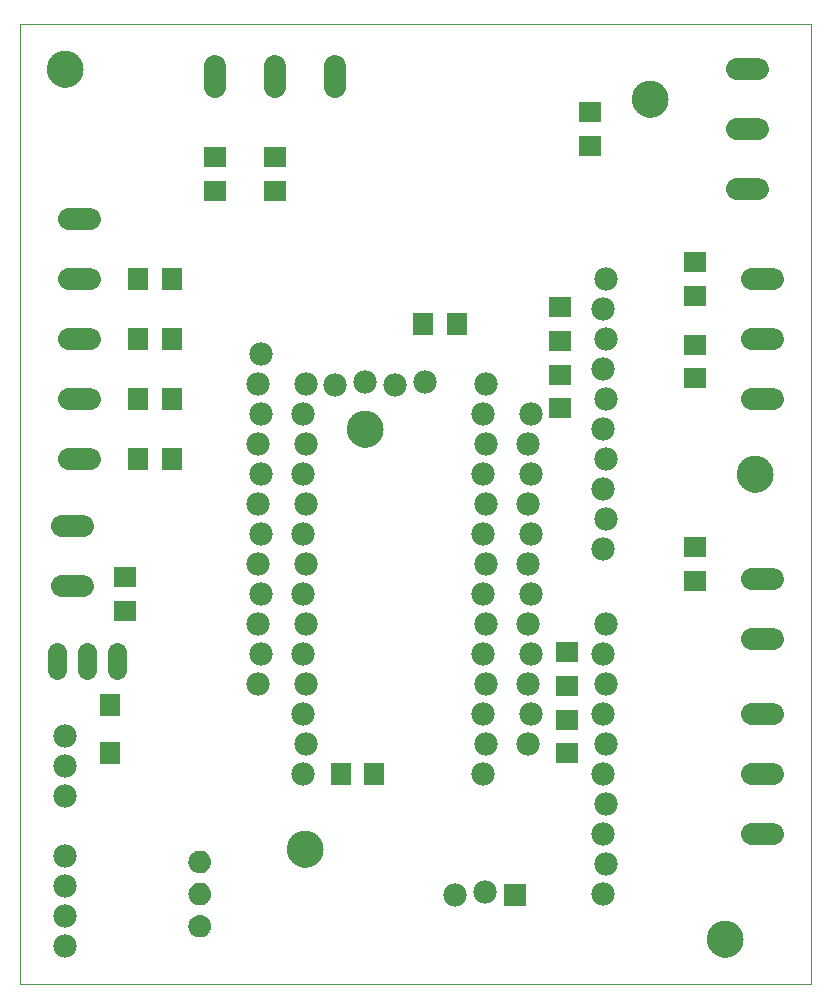
<source format=gbs>
G75*
%MOIN*%
%OFA0B0*%
%FSLAX25Y25*%
%IPPOS*%
%LPD*%
%AMOC8*
5,1,8,0,0,1.08239X$1,22.5*
%
%ADD10C,0.00000*%
%ADD11C,0.12211*%
%ADD12R,0.07093X0.07487*%
%ADD13C,0.07450*%
%ADD14R,0.06699X0.07487*%
%ADD15C,0.07800*%
%ADD16R,0.07800X0.07800*%
%ADD17C,0.06400*%
%ADD18R,0.07498X0.06699*%
%ADD19R,0.06699X0.07498*%
%ADD20C,0.00500*%
D10*
X0073539Y0010833D02*
X0073539Y0330833D01*
X0337240Y0330833D01*
X0337240Y0010833D01*
X0073539Y0010833D01*
X0162633Y0055833D02*
X0162635Y0055986D01*
X0162641Y0056140D01*
X0162651Y0056293D01*
X0162665Y0056445D01*
X0162683Y0056598D01*
X0162705Y0056749D01*
X0162730Y0056900D01*
X0162760Y0057051D01*
X0162794Y0057201D01*
X0162831Y0057349D01*
X0162872Y0057497D01*
X0162917Y0057643D01*
X0162966Y0057789D01*
X0163019Y0057933D01*
X0163075Y0058075D01*
X0163135Y0058216D01*
X0163199Y0058356D01*
X0163266Y0058494D01*
X0163337Y0058630D01*
X0163412Y0058764D01*
X0163489Y0058896D01*
X0163571Y0059026D01*
X0163655Y0059154D01*
X0163743Y0059280D01*
X0163834Y0059403D01*
X0163928Y0059524D01*
X0164026Y0059642D01*
X0164126Y0059758D01*
X0164230Y0059871D01*
X0164336Y0059982D01*
X0164445Y0060090D01*
X0164557Y0060195D01*
X0164671Y0060296D01*
X0164789Y0060395D01*
X0164908Y0060491D01*
X0165030Y0060584D01*
X0165155Y0060673D01*
X0165282Y0060760D01*
X0165411Y0060842D01*
X0165542Y0060922D01*
X0165675Y0060998D01*
X0165810Y0061071D01*
X0165947Y0061140D01*
X0166086Y0061205D01*
X0166226Y0061267D01*
X0166368Y0061325D01*
X0166511Y0061380D01*
X0166656Y0061431D01*
X0166802Y0061478D01*
X0166949Y0061521D01*
X0167097Y0061560D01*
X0167246Y0061596D01*
X0167396Y0061627D01*
X0167547Y0061655D01*
X0167698Y0061679D01*
X0167851Y0061699D01*
X0168003Y0061715D01*
X0168156Y0061727D01*
X0168309Y0061735D01*
X0168462Y0061739D01*
X0168616Y0061739D01*
X0168769Y0061735D01*
X0168922Y0061727D01*
X0169075Y0061715D01*
X0169227Y0061699D01*
X0169380Y0061679D01*
X0169531Y0061655D01*
X0169682Y0061627D01*
X0169832Y0061596D01*
X0169981Y0061560D01*
X0170129Y0061521D01*
X0170276Y0061478D01*
X0170422Y0061431D01*
X0170567Y0061380D01*
X0170710Y0061325D01*
X0170852Y0061267D01*
X0170992Y0061205D01*
X0171131Y0061140D01*
X0171268Y0061071D01*
X0171403Y0060998D01*
X0171536Y0060922D01*
X0171667Y0060842D01*
X0171796Y0060760D01*
X0171923Y0060673D01*
X0172048Y0060584D01*
X0172170Y0060491D01*
X0172289Y0060395D01*
X0172407Y0060296D01*
X0172521Y0060195D01*
X0172633Y0060090D01*
X0172742Y0059982D01*
X0172848Y0059871D01*
X0172952Y0059758D01*
X0173052Y0059642D01*
X0173150Y0059524D01*
X0173244Y0059403D01*
X0173335Y0059280D01*
X0173423Y0059154D01*
X0173507Y0059026D01*
X0173589Y0058896D01*
X0173666Y0058764D01*
X0173741Y0058630D01*
X0173812Y0058494D01*
X0173879Y0058356D01*
X0173943Y0058216D01*
X0174003Y0058075D01*
X0174059Y0057933D01*
X0174112Y0057789D01*
X0174161Y0057643D01*
X0174206Y0057497D01*
X0174247Y0057349D01*
X0174284Y0057201D01*
X0174318Y0057051D01*
X0174348Y0056900D01*
X0174373Y0056749D01*
X0174395Y0056598D01*
X0174413Y0056445D01*
X0174427Y0056293D01*
X0174437Y0056140D01*
X0174443Y0055986D01*
X0174445Y0055833D01*
X0174443Y0055680D01*
X0174437Y0055526D01*
X0174427Y0055373D01*
X0174413Y0055221D01*
X0174395Y0055068D01*
X0174373Y0054917D01*
X0174348Y0054766D01*
X0174318Y0054615D01*
X0174284Y0054465D01*
X0174247Y0054317D01*
X0174206Y0054169D01*
X0174161Y0054023D01*
X0174112Y0053877D01*
X0174059Y0053733D01*
X0174003Y0053591D01*
X0173943Y0053450D01*
X0173879Y0053310D01*
X0173812Y0053172D01*
X0173741Y0053036D01*
X0173666Y0052902D01*
X0173589Y0052770D01*
X0173507Y0052640D01*
X0173423Y0052512D01*
X0173335Y0052386D01*
X0173244Y0052263D01*
X0173150Y0052142D01*
X0173052Y0052024D01*
X0172952Y0051908D01*
X0172848Y0051795D01*
X0172742Y0051684D01*
X0172633Y0051576D01*
X0172521Y0051471D01*
X0172407Y0051370D01*
X0172289Y0051271D01*
X0172170Y0051175D01*
X0172048Y0051082D01*
X0171923Y0050993D01*
X0171796Y0050906D01*
X0171667Y0050824D01*
X0171536Y0050744D01*
X0171403Y0050668D01*
X0171268Y0050595D01*
X0171131Y0050526D01*
X0170992Y0050461D01*
X0170852Y0050399D01*
X0170710Y0050341D01*
X0170567Y0050286D01*
X0170422Y0050235D01*
X0170276Y0050188D01*
X0170129Y0050145D01*
X0169981Y0050106D01*
X0169832Y0050070D01*
X0169682Y0050039D01*
X0169531Y0050011D01*
X0169380Y0049987D01*
X0169227Y0049967D01*
X0169075Y0049951D01*
X0168922Y0049939D01*
X0168769Y0049931D01*
X0168616Y0049927D01*
X0168462Y0049927D01*
X0168309Y0049931D01*
X0168156Y0049939D01*
X0168003Y0049951D01*
X0167851Y0049967D01*
X0167698Y0049987D01*
X0167547Y0050011D01*
X0167396Y0050039D01*
X0167246Y0050070D01*
X0167097Y0050106D01*
X0166949Y0050145D01*
X0166802Y0050188D01*
X0166656Y0050235D01*
X0166511Y0050286D01*
X0166368Y0050341D01*
X0166226Y0050399D01*
X0166086Y0050461D01*
X0165947Y0050526D01*
X0165810Y0050595D01*
X0165675Y0050668D01*
X0165542Y0050744D01*
X0165411Y0050824D01*
X0165282Y0050906D01*
X0165155Y0050993D01*
X0165030Y0051082D01*
X0164908Y0051175D01*
X0164789Y0051271D01*
X0164671Y0051370D01*
X0164557Y0051471D01*
X0164445Y0051576D01*
X0164336Y0051684D01*
X0164230Y0051795D01*
X0164126Y0051908D01*
X0164026Y0052024D01*
X0163928Y0052142D01*
X0163834Y0052263D01*
X0163743Y0052386D01*
X0163655Y0052512D01*
X0163571Y0052640D01*
X0163489Y0052770D01*
X0163412Y0052902D01*
X0163337Y0053036D01*
X0163266Y0053172D01*
X0163199Y0053310D01*
X0163135Y0053450D01*
X0163075Y0053591D01*
X0163019Y0053733D01*
X0162966Y0053877D01*
X0162917Y0054023D01*
X0162872Y0054169D01*
X0162831Y0054317D01*
X0162794Y0054465D01*
X0162760Y0054615D01*
X0162730Y0054766D01*
X0162705Y0054917D01*
X0162683Y0055068D01*
X0162665Y0055221D01*
X0162651Y0055373D01*
X0162641Y0055526D01*
X0162635Y0055680D01*
X0162633Y0055833D01*
X0182633Y0195833D02*
X0182635Y0195986D01*
X0182641Y0196140D01*
X0182651Y0196293D01*
X0182665Y0196445D01*
X0182683Y0196598D01*
X0182705Y0196749D01*
X0182730Y0196900D01*
X0182760Y0197051D01*
X0182794Y0197201D01*
X0182831Y0197349D01*
X0182872Y0197497D01*
X0182917Y0197643D01*
X0182966Y0197789D01*
X0183019Y0197933D01*
X0183075Y0198075D01*
X0183135Y0198216D01*
X0183199Y0198356D01*
X0183266Y0198494D01*
X0183337Y0198630D01*
X0183412Y0198764D01*
X0183489Y0198896D01*
X0183571Y0199026D01*
X0183655Y0199154D01*
X0183743Y0199280D01*
X0183834Y0199403D01*
X0183928Y0199524D01*
X0184026Y0199642D01*
X0184126Y0199758D01*
X0184230Y0199871D01*
X0184336Y0199982D01*
X0184445Y0200090D01*
X0184557Y0200195D01*
X0184671Y0200296D01*
X0184789Y0200395D01*
X0184908Y0200491D01*
X0185030Y0200584D01*
X0185155Y0200673D01*
X0185282Y0200760D01*
X0185411Y0200842D01*
X0185542Y0200922D01*
X0185675Y0200998D01*
X0185810Y0201071D01*
X0185947Y0201140D01*
X0186086Y0201205D01*
X0186226Y0201267D01*
X0186368Y0201325D01*
X0186511Y0201380D01*
X0186656Y0201431D01*
X0186802Y0201478D01*
X0186949Y0201521D01*
X0187097Y0201560D01*
X0187246Y0201596D01*
X0187396Y0201627D01*
X0187547Y0201655D01*
X0187698Y0201679D01*
X0187851Y0201699D01*
X0188003Y0201715D01*
X0188156Y0201727D01*
X0188309Y0201735D01*
X0188462Y0201739D01*
X0188616Y0201739D01*
X0188769Y0201735D01*
X0188922Y0201727D01*
X0189075Y0201715D01*
X0189227Y0201699D01*
X0189380Y0201679D01*
X0189531Y0201655D01*
X0189682Y0201627D01*
X0189832Y0201596D01*
X0189981Y0201560D01*
X0190129Y0201521D01*
X0190276Y0201478D01*
X0190422Y0201431D01*
X0190567Y0201380D01*
X0190710Y0201325D01*
X0190852Y0201267D01*
X0190992Y0201205D01*
X0191131Y0201140D01*
X0191268Y0201071D01*
X0191403Y0200998D01*
X0191536Y0200922D01*
X0191667Y0200842D01*
X0191796Y0200760D01*
X0191923Y0200673D01*
X0192048Y0200584D01*
X0192170Y0200491D01*
X0192289Y0200395D01*
X0192407Y0200296D01*
X0192521Y0200195D01*
X0192633Y0200090D01*
X0192742Y0199982D01*
X0192848Y0199871D01*
X0192952Y0199758D01*
X0193052Y0199642D01*
X0193150Y0199524D01*
X0193244Y0199403D01*
X0193335Y0199280D01*
X0193423Y0199154D01*
X0193507Y0199026D01*
X0193589Y0198896D01*
X0193666Y0198764D01*
X0193741Y0198630D01*
X0193812Y0198494D01*
X0193879Y0198356D01*
X0193943Y0198216D01*
X0194003Y0198075D01*
X0194059Y0197933D01*
X0194112Y0197789D01*
X0194161Y0197643D01*
X0194206Y0197497D01*
X0194247Y0197349D01*
X0194284Y0197201D01*
X0194318Y0197051D01*
X0194348Y0196900D01*
X0194373Y0196749D01*
X0194395Y0196598D01*
X0194413Y0196445D01*
X0194427Y0196293D01*
X0194437Y0196140D01*
X0194443Y0195986D01*
X0194445Y0195833D01*
X0194443Y0195680D01*
X0194437Y0195526D01*
X0194427Y0195373D01*
X0194413Y0195221D01*
X0194395Y0195068D01*
X0194373Y0194917D01*
X0194348Y0194766D01*
X0194318Y0194615D01*
X0194284Y0194465D01*
X0194247Y0194317D01*
X0194206Y0194169D01*
X0194161Y0194023D01*
X0194112Y0193877D01*
X0194059Y0193733D01*
X0194003Y0193591D01*
X0193943Y0193450D01*
X0193879Y0193310D01*
X0193812Y0193172D01*
X0193741Y0193036D01*
X0193666Y0192902D01*
X0193589Y0192770D01*
X0193507Y0192640D01*
X0193423Y0192512D01*
X0193335Y0192386D01*
X0193244Y0192263D01*
X0193150Y0192142D01*
X0193052Y0192024D01*
X0192952Y0191908D01*
X0192848Y0191795D01*
X0192742Y0191684D01*
X0192633Y0191576D01*
X0192521Y0191471D01*
X0192407Y0191370D01*
X0192289Y0191271D01*
X0192170Y0191175D01*
X0192048Y0191082D01*
X0191923Y0190993D01*
X0191796Y0190906D01*
X0191667Y0190824D01*
X0191536Y0190744D01*
X0191403Y0190668D01*
X0191268Y0190595D01*
X0191131Y0190526D01*
X0190992Y0190461D01*
X0190852Y0190399D01*
X0190710Y0190341D01*
X0190567Y0190286D01*
X0190422Y0190235D01*
X0190276Y0190188D01*
X0190129Y0190145D01*
X0189981Y0190106D01*
X0189832Y0190070D01*
X0189682Y0190039D01*
X0189531Y0190011D01*
X0189380Y0189987D01*
X0189227Y0189967D01*
X0189075Y0189951D01*
X0188922Y0189939D01*
X0188769Y0189931D01*
X0188616Y0189927D01*
X0188462Y0189927D01*
X0188309Y0189931D01*
X0188156Y0189939D01*
X0188003Y0189951D01*
X0187851Y0189967D01*
X0187698Y0189987D01*
X0187547Y0190011D01*
X0187396Y0190039D01*
X0187246Y0190070D01*
X0187097Y0190106D01*
X0186949Y0190145D01*
X0186802Y0190188D01*
X0186656Y0190235D01*
X0186511Y0190286D01*
X0186368Y0190341D01*
X0186226Y0190399D01*
X0186086Y0190461D01*
X0185947Y0190526D01*
X0185810Y0190595D01*
X0185675Y0190668D01*
X0185542Y0190744D01*
X0185411Y0190824D01*
X0185282Y0190906D01*
X0185155Y0190993D01*
X0185030Y0191082D01*
X0184908Y0191175D01*
X0184789Y0191271D01*
X0184671Y0191370D01*
X0184557Y0191471D01*
X0184445Y0191576D01*
X0184336Y0191684D01*
X0184230Y0191795D01*
X0184126Y0191908D01*
X0184026Y0192024D01*
X0183928Y0192142D01*
X0183834Y0192263D01*
X0183743Y0192386D01*
X0183655Y0192512D01*
X0183571Y0192640D01*
X0183489Y0192770D01*
X0183412Y0192902D01*
X0183337Y0193036D01*
X0183266Y0193172D01*
X0183199Y0193310D01*
X0183135Y0193450D01*
X0183075Y0193591D01*
X0183019Y0193733D01*
X0182966Y0193877D01*
X0182917Y0194023D01*
X0182872Y0194169D01*
X0182831Y0194317D01*
X0182794Y0194465D01*
X0182760Y0194615D01*
X0182730Y0194766D01*
X0182705Y0194917D01*
X0182683Y0195068D01*
X0182665Y0195221D01*
X0182651Y0195373D01*
X0182641Y0195526D01*
X0182635Y0195680D01*
X0182633Y0195833D01*
X0277633Y0305833D02*
X0277635Y0305986D01*
X0277641Y0306140D01*
X0277651Y0306293D01*
X0277665Y0306445D01*
X0277683Y0306598D01*
X0277705Y0306749D01*
X0277730Y0306900D01*
X0277760Y0307051D01*
X0277794Y0307201D01*
X0277831Y0307349D01*
X0277872Y0307497D01*
X0277917Y0307643D01*
X0277966Y0307789D01*
X0278019Y0307933D01*
X0278075Y0308075D01*
X0278135Y0308216D01*
X0278199Y0308356D01*
X0278266Y0308494D01*
X0278337Y0308630D01*
X0278412Y0308764D01*
X0278489Y0308896D01*
X0278571Y0309026D01*
X0278655Y0309154D01*
X0278743Y0309280D01*
X0278834Y0309403D01*
X0278928Y0309524D01*
X0279026Y0309642D01*
X0279126Y0309758D01*
X0279230Y0309871D01*
X0279336Y0309982D01*
X0279445Y0310090D01*
X0279557Y0310195D01*
X0279671Y0310296D01*
X0279789Y0310395D01*
X0279908Y0310491D01*
X0280030Y0310584D01*
X0280155Y0310673D01*
X0280282Y0310760D01*
X0280411Y0310842D01*
X0280542Y0310922D01*
X0280675Y0310998D01*
X0280810Y0311071D01*
X0280947Y0311140D01*
X0281086Y0311205D01*
X0281226Y0311267D01*
X0281368Y0311325D01*
X0281511Y0311380D01*
X0281656Y0311431D01*
X0281802Y0311478D01*
X0281949Y0311521D01*
X0282097Y0311560D01*
X0282246Y0311596D01*
X0282396Y0311627D01*
X0282547Y0311655D01*
X0282698Y0311679D01*
X0282851Y0311699D01*
X0283003Y0311715D01*
X0283156Y0311727D01*
X0283309Y0311735D01*
X0283462Y0311739D01*
X0283616Y0311739D01*
X0283769Y0311735D01*
X0283922Y0311727D01*
X0284075Y0311715D01*
X0284227Y0311699D01*
X0284380Y0311679D01*
X0284531Y0311655D01*
X0284682Y0311627D01*
X0284832Y0311596D01*
X0284981Y0311560D01*
X0285129Y0311521D01*
X0285276Y0311478D01*
X0285422Y0311431D01*
X0285567Y0311380D01*
X0285710Y0311325D01*
X0285852Y0311267D01*
X0285992Y0311205D01*
X0286131Y0311140D01*
X0286268Y0311071D01*
X0286403Y0310998D01*
X0286536Y0310922D01*
X0286667Y0310842D01*
X0286796Y0310760D01*
X0286923Y0310673D01*
X0287048Y0310584D01*
X0287170Y0310491D01*
X0287289Y0310395D01*
X0287407Y0310296D01*
X0287521Y0310195D01*
X0287633Y0310090D01*
X0287742Y0309982D01*
X0287848Y0309871D01*
X0287952Y0309758D01*
X0288052Y0309642D01*
X0288150Y0309524D01*
X0288244Y0309403D01*
X0288335Y0309280D01*
X0288423Y0309154D01*
X0288507Y0309026D01*
X0288589Y0308896D01*
X0288666Y0308764D01*
X0288741Y0308630D01*
X0288812Y0308494D01*
X0288879Y0308356D01*
X0288943Y0308216D01*
X0289003Y0308075D01*
X0289059Y0307933D01*
X0289112Y0307789D01*
X0289161Y0307643D01*
X0289206Y0307497D01*
X0289247Y0307349D01*
X0289284Y0307201D01*
X0289318Y0307051D01*
X0289348Y0306900D01*
X0289373Y0306749D01*
X0289395Y0306598D01*
X0289413Y0306445D01*
X0289427Y0306293D01*
X0289437Y0306140D01*
X0289443Y0305986D01*
X0289445Y0305833D01*
X0289443Y0305680D01*
X0289437Y0305526D01*
X0289427Y0305373D01*
X0289413Y0305221D01*
X0289395Y0305068D01*
X0289373Y0304917D01*
X0289348Y0304766D01*
X0289318Y0304615D01*
X0289284Y0304465D01*
X0289247Y0304317D01*
X0289206Y0304169D01*
X0289161Y0304023D01*
X0289112Y0303877D01*
X0289059Y0303733D01*
X0289003Y0303591D01*
X0288943Y0303450D01*
X0288879Y0303310D01*
X0288812Y0303172D01*
X0288741Y0303036D01*
X0288666Y0302902D01*
X0288589Y0302770D01*
X0288507Y0302640D01*
X0288423Y0302512D01*
X0288335Y0302386D01*
X0288244Y0302263D01*
X0288150Y0302142D01*
X0288052Y0302024D01*
X0287952Y0301908D01*
X0287848Y0301795D01*
X0287742Y0301684D01*
X0287633Y0301576D01*
X0287521Y0301471D01*
X0287407Y0301370D01*
X0287289Y0301271D01*
X0287170Y0301175D01*
X0287048Y0301082D01*
X0286923Y0300993D01*
X0286796Y0300906D01*
X0286667Y0300824D01*
X0286536Y0300744D01*
X0286403Y0300668D01*
X0286268Y0300595D01*
X0286131Y0300526D01*
X0285992Y0300461D01*
X0285852Y0300399D01*
X0285710Y0300341D01*
X0285567Y0300286D01*
X0285422Y0300235D01*
X0285276Y0300188D01*
X0285129Y0300145D01*
X0284981Y0300106D01*
X0284832Y0300070D01*
X0284682Y0300039D01*
X0284531Y0300011D01*
X0284380Y0299987D01*
X0284227Y0299967D01*
X0284075Y0299951D01*
X0283922Y0299939D01*
X0283769Y0299931D01*
X0283616Y0299927D01*
X0283462Y0299927D01*
X0283309Y0299931D01*
X0283156Y0299939D01*
X0283003Y0299951D01*
X0282851Y0299967D01*
X0282698Y0299987D01*
X0282547Y0300011D01*
X0282396Y0300039D01*
X0282246Y0300070D01*
X0282097Y0300106D01*
X0281949Y0300145D01*
X0281802Y0300188D01*
X0281656Y0300235D01*
X0281511Y0300286D01*
X0281368Y0300341D01*
X0281226Y0300399D01*
X0281086Y0300461D01*
X0280947Y0300526D01*
X0280810Y0300595D01*
X0280675Y0300668D01*
X0280542Y0300744D01*
X0280411Y0300824D01*
X0280282Y0300906D01*
X0280155Y0300993D01*
X0280030Y0301082D01*
X0279908Y0301175D01*
X0279789Y0301271D01*
X0279671Y0301370D01*
X0279557Y0301471D01*
X0279445Y0301576D01*
X0279336Y0301684D01*
X0279230Y0301795D01*
X0279126Y0301908D01*
X0279026Y0302024D01*
X0278928Y0302142D01*
X0278834Y0302263D01*
X0278743Y0302386D01*
X0278655Y0302512D01*
X0278571Y0302640D01*
X0278489Y0302770D01*
X0278412Y0302902D01*
X0278337Y0303036D01*
X0278266Y0303172D01*
X0278199Y0303310D01*
X0278135Y0303450D01*
X0278075Y0303591D01*
X0278019Y0303733D01*
X0277966Y0303877D01*
X0277917Y0304023D01*
X0277872Y0304169D01*
X0277831Y0304317D01*
X0277794Y0304465D01*
X0277760Y0304615D01*
X0277730Y0304766D01*
X0277705Y0304917D01*
X0277683Y0305068D01*
X0277665Y0305221D01*
X0277651Y0305373D01*
X0277641Y0305526D01*
X0277635Y0305680D01*
X0277633Y0305833D01*
X0312633Y0180833D02*
X0312635Y0180986D01*
X0312641Y0181140D01*
X0312651Y0181293D01*
X0312665Y0181445D01*
X0312683Y0181598D01*
X0312705Y0181749D01*
X0312730Y0181900D01*
X0312760Y0182051D01*
X0312794Y0182201D01*
X0312831Y0182349D01*
X0312872Y0182497D01*
X0312917Y0182643D01*
X0312966Y0182789D01*
X0313019Y0182933D01*
X0313075Y0183075D01*
X0313135Y0183216D01*
X0313199Y0183356D01*
X0313266Y0183494D01*
X0313337Y0183630D01*
X0313412Y0183764D01*
X0313489Y0183896D01*
X0313571Y0184026D01*
X0313655Y0184154D01*
X0313743Y0184280D01*
X0313834Y0184403D01*
X0313928Y0184524D01*
X0314026Y0184642D01*
X0314126Y0184758D01*
X0314230Y0184871D01*
X0314336Y0184982D01*
X0314445Y0185090D01*
X0314557Y0185195D01*
X0314671Y0185296D01*
X0314789Y0185395D01*
X0314908Y0185491D01*
X0315030Y0185584D01*
X0315155Y0185673D01*
X0315282Y0185760D01*
X0315411Y0185842D01*
X0315542Y0185922D01*
X0315675Y0185998D01*
X0315810Y0186071D01*
X0315947Y0186140D01*
X0316086Y0186205D01*
X0316226Y0186267D01*
X0316368Y0186325D01*
X0316511Y0186380D01*
X0316656Y0186431D01*
X0316802Y0186478D01*
X0316949Y0186521D01*
X0317097Y0186560D01*
X0317246Y0186596D01*
X0317396Y0186627D01*
X0317547Y0186655D01*
X0317698Y0186679D01*
X0317851Y0186699D01*
X0318003Y0186715D01*
X0318156Y0186727D01*
X0318309Y0186735D01*
X0318462Y0186739D01*
X0318616Y0186739D01*
X0318769Y0186735D01*
X0318922Y0186727D01*
X0319075Y0186715D01*
X0319227Y0186699D01*
X0319380Y0186679D01*
X0319531Y0186655D01*
X0319682Y0186627D01*
X0319832Y0186596D01*
X0319981Y0186560D01*
X0320129Y0186521D01*
X0320276Y0186478D01*
X0320422Y0186431D01*
X0320567Y0186380D01*
X0320710Y0186325D01*
X0320852Y0186267D01*
X0320992Y0186205D01*
X0321131Y0186140D01*
X0321268Y0186071D01*
X0321403Y0185998D01*
X0321536Y0185922D01*
X0321667Y0185842D01*
X0321796Y0185760D01*
X0321923Y0185673D01*
X0322048Y0185584D01*
X0322170Y0185491D01*
X0322289Y0185395D01*
X0322407Y0185296D01*
X0322521Y0185195D01*
X0322633Y0185090D01*
X0322742Y0184982D01*
X0322848Y0184871D01*
X0322952Y0184758D01*
X0323052Y0184642D01*
X0323150Y0184524D01*
X0323244Y0184403D01*
X0323335Y0184280D01*
X0323423Y0184154D01*
X0323507Y0184026D01*
X0323589Y0183896D01*
X0323666Y0183764D01*
X0323741Y0183630D01*
X0323812Y0183494D01*
X0323879Y0183356D01*
X0323943Y0183216D01*
X0324003Y0183075D01*
X0324059Y0182933D01*
X0324112Y0182789D01*
X0324161Y0182643D01*
X0324206Y0182497D01*
X0324247Y0182349D01*
X0324284Y0182201D01*
X0324318Y0182051D01*
X0324348Y0181900D01*
X0324373Y0181749D01*
X0324395Y0181598D01*
X0324413Y0181445D01*
X0324427Y0181293D01*
X0324437Y0181140D01*
X0324443Y0180986D01*
X0324445Y0180833D01*
X0324443Y0180680D01*
X0324437Y0180526D01*
X0324427Y0180373D01*
X0324413Y0180221D01*
X0324395Y0180068D01*
X0324373Y0179917D01*
X0324348Y0179766D01*
X0324318Y0179615D01*
X0324284Y0179465D01*
X0324247Y0179317D01*
X0324206Y0179169D01*
X0324161Y0179023D01*
X0324112Y0178877D01*
X0324059Y0178733D01*
X0324003Y0178591D01*
X0323943Y0178450D01*
X0323879Y0178310D01*
X0323812Y0178172D01*
X0323741Y0178036D01*
X0323666Y0177902D01*
X0323589Y0177770D01*
X0323507Y0177640D01*
X0323423Y0177512D01*
X0323335Y0177386D01*
X0323244Y0177263D01*
X0323150Y0177142D01*
X0323052Y0177024D01*
X0322952Y0176908D01*
X0322848Y0176795D01*
X0322742Y0176684D01*
X0322633Y0176576D01*
X0322521Y0176471D01*
X0322407Y0176370D01*
X0322289Y0176271D01*
X0322170Y0176175D01*
X0322048Y0176082D01*
X0321923Y0175993D01*
X0321796Y0175906D01*
X0321667Y0175824D01*
X0321536Y0175744D01*
X0321403Y0175668D01*
X0321268Y0175595D01*
X0321131Y0175526D01*
X0320992Y0175461D01*
X0320852Y0175399D01*
X0320710Y0175341D01*
X0320567Y0175286D01*
X0320422Y0175235D01*
X0320276Y0175188D01*
X0320129Y0175145D01*
X0319981Y0175106D01*
X0319832Y0175070D01*
X0319682Y0175039D01*
X0319531Y0175011D01*
X0319380Y0174987D01*
X0319227Y0174967D01*
X0319075Y0174951D01*
X0318922Y0174939D01*
X0318769Y0174931D01*
X0318616Y0174927D01*
X0318462Y0174927D01*
X0318309Y0174931D01*
X0318156Y0174939D01*
X0318003Y0174951D01*
X0317851Y0174967D01*
X0317698Y0174987D01*
X0317547Y0175011D01*
X0317396Y0175039D01*
X0317246Y0175070D01*
X0317097Y0175106D01*
X0316949Y0175145D01*
X0316802Y0175188D01*
X0316656Y0175235D01*
X0316511Y0175286D01*
X0316368Y0175341D01*
X0316226Y0175399D01*
X0316086Y0175461D01*
X0315947Y0175526D01*
X0315810Y0175595D01*
X0315675Y0175668D01*
X0315542Y0175744D01*
X0315411Y0175824D01*
X0315282Y0175906D01*
X0315155Y0175993D01*
X0315030Y0176082D01*
X0314908Y0176175D01*
X0314789Y0176271D01*
X0314671Y0176370D01*
X0314557Y0176471D01*
X0314445Y0176576D01*
X0314336Y0176684D01*
X0314230Y0176795D01*
X0314126Y0176908D01*
X0314026Y0177024D01*
X0313928Y0177142D01*
X0313834Y0177263D01*
X0313743Y0177386D01*
X0313655Y0177512D01*
X0313571Y0177640D01*
X0313489Y0177770D01*
X0313412Y0177902D01*
X0313337Y0178036D01*
X0313266Y0178172D01*
X0313199Y0178310D01*
X0313135Y0178450D01*
X0313075Y0178591D01*
X0313019Y0178733D01*
X0312966Y0178877D01*
X0312917Y0179023D01*
X0312872Y0179169D01*
X0312831Y0179317D01*
X0312794Y0179465D01*
X0312760Y0179615D01*
X0312730Y0179766D01*
X0312705Y0179917D01*
X0312683Y0180068D01*
X0312665Y0180221D01*
X0312651Y0180373D01*
X0312641Y0180526D01*
X0312635Y0180680D01*
X0312633Y0180833D01*
X0302633Y0025833D02*
X0302635Y0025986D01*
X0302641Y0026140D01*
X0302651Y0026293D01*
X0302665Y0026445D01*
X0302683Y0026598D01*
X0302705Y0026749D01*
X0302730Y0026900D01*
X0302760Y0027051D01*
X0302794Y0027201D01*
X0302831Y0027349D01*
X0302872Y0027497D01*
X0302917Y0027643D01*
X0302966Y0027789D01*
X0303019Y0027933D01*
X0303075Y0028075D01*
X0303135Y0028216D01*
X0303199Y0028356D01*
X0303266Y0028494D01*
X0303337Y0028630D01*
X0303412Y0028764D01*
X0303489Y0028896D01*
X0303571Y0029026D01*
X0303655Y0029154D01*
X0303743Y0029280D01*
X0303834Y0029403D01*
X0303928Y0029524D01*
X0304026Y0029642D01*
X0304126Y0029758D01*
X0304230Y0029871D01*
X0304336Y0029982D01*
X0304445Y0030090D01*
X0304557Y0030195D01*
X0304671Y0030296D01*
X0304789Y0030395D01*
X0304908Y0030491D01*
X0305030Y0030584D01*
X0305155Y0030673D01*
X0305282Y0030760D01*
X0305411Y0030842D01*
X0305542Y0030922D01*
X0305675Y0030998D01*
X0305810Y0031071D01*
X0305947Y0031140D01*
X0306086Y0031205D01*
X0306226Y0031267D01*
X0306368Y0031325D01*
X0306511Y0031380D01*
X0306656Y0031431D01*
X0306802Y0031478D01*
X0306949Y0031521D01*
X0307097Y0031560D01*
X0307246Y0031596D01*
X0307396Y0031627D01*
X0307547Y0031655D01*
X0307698Y0031679D01*
X0307851Y0031699D01*
X0308003Y0031715D01*
X0308156Y0031727D01*
X0308309Y0031735D01*
X0308462Y0031739D01*
X0308616Y0031739D01*
X0308769Y0031735D01*
X0308922Y0031727D01*
X0309075Y0031715D01*
X0309227Y0031699D01*
X0309380Y0031679D01*
X0309531Y0031655D01*
X0309682Y0031627D01*
X0309832Y0031596D01*
X0309981Y0031560D01*
X0310129Y0031521D01*
X0310276Y0031478D01*
X0310422Y0031431D01*
X0310567Y0031380D01*
X0310710Y0031325D01*
X0310852Y0031267D01*
X0310992Y0031205D01*
X0311131Y0031140D01*
X0311268Y0031071D01*
X0311403Y0030998D01*
X0311536Y0030922D01*
X0311667Y0030842D01*
X0311796Y0030760D01*
X0311923Y0030673D01*
X0312048Y0030584D01*
X0312170Y0030491D01*
X0312289Y0030395D01*
X0312407Y0030296D01*
X0312521Y0030195D01*
X0312633Y0030090D01*
X0312742Y0029982D01*
X0312848Y0029871D01*
X0312952Y0029758D01*
X0313052Y0029642D01*
X0313150Y0029524D01*
X0313244Y0029403D01*
X0313335Y0029280D01*
X0313423Y0029154D01*
X0313507Y0029026D01*
X0313589Y0028896D01*
X0313666Y0028764D01*
X0313741Y0028630D01*
X0313812Y0028494D01*
X0313879Y0028356D01*
X0313943Y0028216D01*
X0314003Y0028075D01*
X0314059Y0027933D01*
X0314112Y0027789D01*
X0314161Y0027643D01*
X0314206Y0027497D01*
X0314247Y0027349D01*
X0314284Y0027201D01*
X0314318Y0027051D01*
X0314348Y0026900D01*
X0314373Y0026749D01*
X0314395Y0026598D01*
X0314413Y0026445D01*
X0314427Y0026293D01*
X0314437Y0026140D01*
X0314443Y0025986D01*
X0314445Y0025833D01*
X0314443Y0025680D01*
X0314437Y0025526D01*
X0314427Y0025373D01*
X0314413Y0025221D01*
X0314395Y0025068D01*
X0314373Y0024917D01*
X0314348Y0024766D01*
X0314318Y0024615D01*
X0314284Y0024465D01*
X0314247Y0024317D01*
X0314206Y0024169D01*
X0314161Y0024023D01*
X0314112Y0023877D01*
X0314059Y0023733D01*
X0314003Y0023591D01*
X0313943Y0023450D01*
X0313879Y0023310D01*
X0313812Y0023172D01*
X0313741Y0023036D01*
X0313666Y0022902D01*
X0313589Y0022770D01*
X0313507Y0022640D01*
X0313423Y0022512D01*
X0313335Y0022386D01*
X0313244Y0022263D01*
X0313150Y0022142D01*
X0313052Y0022024D01*
X0312952Y0021908D01*
X0312848Y0021795D01*
X0312742Y0021684D01*
X0312633Y0021576D01*
X0312521Y0021471D01*
X0312407Y0021370D01*
X0312289Y0021271D01*
X0312170Y0021175D01*
X0312048Y0021082D01*
X0311923Y0020993D01*
X0311796Y0020906D01*
X0311667Y0020824D01*
X0311536Y0020744D01*
X0311403Y0020668D01*
X0311268Y0020595D01*
X0311131Y0020526D01*
X0310992Y0020461D01*
X0310852Y0020399D01*
X0310710Y0020341D01*
X0310567Y0020286D01*
X0310422Y0020235D01*
X0310276Y0020188D01*
X0310129Y0020145D01*
X0309981Y0020106D01*
X0309832Y0020070D01*
X0309682Y0020039D01*
X0309531Y0020011D01*
X0309380Y0019987D01*
X0309227Y0019967D01*
X0309075Y0019951D01*
X0308922Y0019939D01*
X0308769Y0019931D01*
X0308616Y0019927D01*
X0308462Y0019927D01*
X0308309Y0019931D01*
X0308156Y0019939D01*
X0308003Y0019951D01*
X0307851Y0019967D01*
X0307698Y0019987D01*
X0307547Y0020011D01*
X0307396Y0020039D01*
X0307246Y0020070D01*
X0307097Y0020106D01*
X0306949Y0020145D01*
X0306802Y0020188D01*
X0306656Y0020235D01*
X0306511Y0020286D01*
X0306368Y0020341D01*
X0306226Y0020399D01*
X0306086Y0020461D01*
X0305947Y0020526D01*
X0305810Y0020595D01*
X0305675Y0020668D01*
X0305542Y0020744D01*
X0305411Y0020824D01*
X0305282Y0020906D01*
X0305155Y0020993D01*
X0305030Y0021082D01*
X0304908Y0021175D01*
X0304789Y0021271D01*
X0304671Y0021370D01*
X0304557Y0021471D01*
X0304445Y0021576D01*
X0304336Y0021684D01*
X0304230Y0021795D01*
X0304126Y0021908D01*
X0304026Y0022024D01*
X0303928Y0022142D01*
X0303834Y0022263D01*
X0303743Y0022386D01*
X0303655Y0022512D01*
X0303571Y0022640D01*
X0303489Y0022770D01*
X0303412Y0022902D01*
X0303337Y0023036D01*
X0303266Y0023172D01*
X0303199Y0023310D01*
X0303135Y0023450D01*
X0303075Y0023591D01*
X0303019Y0023733D01*
X0302966Y0023877D01*
X0302917Y0024023D01*
X0302872Y0024169D01*
X0302831Y0024317D01*
X0302794Y0024465D01*
X0302760Y0024615D01*
X0302730Y0024766D01*
X0302705Y0024917D01*
X0302683Y0025068D01*
X0302665Y0025221D01*
X0302651Y0025373D01*
X0302641Y0025526D01*
X0302635Y0025680D01*
X0302633Y0025833D01*
X0082633Y0315833D02*
X0082635Y0315986D01*
X0082641Y0316140D01*
X0082651Y0316293D01*
X0082665Y0316445D01*
X0082683Y0316598D01*
X0082705Y0316749D01*
X0082730Y0316900D01*
X0082760Y0317051D01*
X0082794Y0317201D01*
X0082831Y0317349D01*
X0082872Y0317497D01*
X0082917Y0317643D01*
X0082966Y0317789D01*
X0083019Y0317933D01*
X0083075Y0318075D01*
X0083135Y0318216D01*
X0083199Y0318356D01*
X0083266Y0318494D01*
X0083337Y0318630D01*
X0083412Y0318764D01*
X0083489Y0318896D01*
X0083571Y0319026D01*
X0083655Y0319154D01*
X0083743Y0319280D01*
X0083834Y0319403D01*
X0083928Y0319524D01*
X0084026Y0319642D01*
X0084126Y0319758D01*
X0084230Y0319871D01*
X0084336Y0319982D01*
X0084445Y0320090D01*
X0084557Y0320195D01*
X0084671Y0320296D01*
X0084789Y0320395D01*
X0084908Y0320491D01*
X0085030Y0320584D01*
X0085155Y0320673D01*
X0085282Y0320760D01*
X0085411Y0320842D01*
X0085542Y0320922D01*
X0085675Y0320998D01*
X0085810Y0321071D01*
X0085947Y0321140D01*
X0086086Y0321205D01*
X0086226Y0321267D01*
X0086368Y0321325D01*
X0086511Y0321380D01*
X0086656Y0321431D01*
X0086802Y0321478D01*
X0086949Y0321521D01*
X0087097Y0321560D01*
X0087246Y0321596D01*
X0087396Y0321627D01*
X0087547Y0321655D01*
X0087698Y0321679D01*
X0087851Y0321699D01*
X0088003Y0321715D01*
X0088156Y0321727D01*
X0088309Y0321735D01*
X0088462Y0321739D01*
X0088616Y0321739D01*
X0088769Y0321735D01*
X0088922Y0321727D01*
X0089075Y0321715D01*
X0089227Y0321699D01*
X0089380Y0321679D01*
X0089531Y0321655D01*
X0089682Y0321627D01*
X0089832Y0321596D01*
X0089981Y0321560D01*
X0090129Y0321521D01*
X0090276Y0321478D01*
X0090422Y0321431D01*
X0090567Y0321380D01*
X0090710Y0321325D01*
X0090852Y0321267D01*
X0090992Y0321205D01*
X0091131Y0321140D01*
X0091268Y0321071D01*
X0091403Y0320998D01*
X0091536Y0320922D01*
X0091667Y0320842D01*
X0091796Y0320760D01*
X0091923Y0320673D01*
X0092048Y0320584D01*
X0092170Y0320491D01*
X0092289Y0320395D01*
X0092407Y0320296D01*
X0092521Y0320195D01*
X0092633Y0320090D01*
X0092742Y0319982D01*
X0092848Y0319871D01*
X0092952Y0319758D01*
X0093052Y0319642D01*
X0093150Y0319524D01*
X0093244Y0319403D01*
X0093335Y0319280D01*
X0093423Y0319154D01*
X0093507Y0319026D01*
X0093589Y0318896D01*
X0093666Y0318764D01*
X0093741Y0318630D01*
X0093812Y0318494D01*
X0093879Y0318356D01*
X0093943Y0318216D01*
X0094003Y0318075D01*
X0094059Y0317933D01*
X0094112Y0317789D01*
X0094161Y0317643D01*
X0094206Y0317497D01*
X0094247Y0317349D01*
X0094284Y0317201D01*
X0094318Y0317051D01*
X0094348Y0316900D01*
X0094373Y0316749D01*
X0094395Y0316598D01*
X0094413Y0316445D01*
X0094427Y0316293D01*
X0094437Y0316140D01*
X0094443Y0315986D01*
X0094445Y0315833D01*
X0094443Y0315680D01*
X0094437Y0315526D01*
X0094427Y0315373D01*
X0094413Y0315221D01*
X0094395Y0315068D01*
X0094373Y0314917D01*
X0094348Y0314766D01*
X0094318Y0314615D01*
X0094284Y0314465D01*
X0094247Y0314317D01*
X0094206Y0314169D01*
X0094161Y0314023D01*
X0094112Y0313877D01*
X0094059Y0313733D01*
X0094003Y0313591D01*
X0093943Y0313450D01*
X0093879Y0313310D01*
X0093812Y0313172D01*
X0093741Y0313036D01*
X0093666Y0312902D01*
X0093589Y0312770D01*
X0093507Y0312640D01*
X0093423Y0312512D01*
X0093335Y0312386D01*
X0093244Y0312263D01*
X0093150Y0312142D01*
X0093052Y0312024D01*
X0092952Y0311908D01*
X0092848Y0311795D01*
X0092742Y0311684D01*
X0092633Y0311576D01*
X0092521Y0311471D01*
X0092407Y0311370D01*
X0092289Y0311271D01*
X0092170Y0311175D01*
X0092048Y0311082D01*
X0091923Y0310993D01*
X0091796Y0310906D01*
X0091667Y0310824D01*
X0091536Y0310744D01*
X0091403Y0310668D01*
X0091268Y0310595D01*
X0091131Y0310526D01*
X0090992Y0310461D01*
X0090852Y0310399D01*
X0090710Y0310341D01*
X0090567Y0310286D01*
X0090422Y0310235D01*
X0090276Y0310188D01*
X0090129Y0310145D01*
X0089981Y0310106D01*
X0089832Y0310070D01*
X0089682Y0310039D01*
X0089531Y0310011D01*
X0089380Y0309987D01*
X0089227Y0309967D01*
X0089075Y0309951D01*
X0088922Y0309939D01*
X0088769Y0309931D01*
X0088616Y0309927D01*
X0088462Y0309927D01*
X0088309Y0309931D01*
X0088156Y0309939D01*
X0088003Y0309951D01*
X0087851Y0309967D01*
X0087698Y0309987D01*
X0087547Y0310011D01*
X0087396Y0310039D01*
X0087246Y0310070D01*
X0087097Y0310106D01*
X0086949Y0310145D01*
X0086802Y0310188D01*
X0086656Y0310235D01*
X0086511Y0310286D01*
X0086368Y0310341D01*
X0086226Y0310399D01*
X0086086Y0310461D01*
X0085947Y0310526D01*
X0085810Y0310595D01*
X0085675Y0310668D01*
X0085542Y0310744D01*
X0085411Y0310824D01*
X0085282Y0310906D01*
X0085155Y0310993D01*
X0085030Y0311082D01*
X0084908Y0311175D01*
X0084789Y0311271D01*
X0084671Y0311370D01*
X0084557Y0311471D01*
X0084445Y0311576D01*
X0084336Y0311684D01*
X0084230Y0311795D01*
X0084126Y0311908D01*
X0084026Y0312024D01*
X0083928Y0312142D01*
X0083834Y0312263D01*
X0083743Y0312386D01*
X0083655Y0312512D01*
X0083571Y0312640D01*
X0083489Y0312770D01*
X0083412Y0312902D01*
X0083337Y0313036D01*
X0083266Y0313172D01*
X0083199Y0313310D01*
X0083135Y0313450D01*
X0083075Y0313591D01*
X0083019Y0313733D01*
X0082966Y0313877D01*
X0082917Y0314023D01*
X0082872Y0314169D01*
X0082831Y0314317D01*
X0082794Y0314465D01*
X0082760Y0314615D01*
X0082730Y0314766D01*
X0082705Y0314917D01*
X0082683Y0315068D01*
X0082665Y0315221D01*
X0082651Y0315373D01*
X0082641Y0315526D01*
X0082635Y0315680D01*
X0082633Y0315833D01*
D11*
X0088539Y0315833D03*
X0188539Y0195833D03*
X0283539Y0305833D03*
X0318539Y0180833D03*
X0168539Y0055833D03*
X0308539Y0025833D03*
D12*
X0103539Y0087762D03*
X0103539Y0103904D03*
D13*
X0094564Y0143333D02*
X0087514Y0143333D01*
X0087514Y0163333D02*
X0094564Y0163333D01*
X0097064Y0185833D02*
X0090014Y0185833D01*
X0090014Y0205833D02*
X0097064Y0205833D01*
X0097064Y0225833D02*
X0090014Y0225833D01*
X0090014Y0245833D02*
X0097064Y0245833D01*
X0097064Y0265833D02*
X0090014Y0265833D01*
X0138539Y0309808D02*
X0138539Y0316858D01*
X0158539Y0316858D02*
X0158539Y0309808D01*
X0178539Y0309808D02*
X0178539Y0316858D01*
X0312514Y0315833D02*
X0319564Y0315833D01*
X0319564Y0295833D02*
X0312514Y0295833D01*
X0312514Y0275833D02*
X0319564Y0275833D01*
X0317514Y0245833D02*
X0324564Y0245833D01*
X0324564Y0225833D02*
X0317514Y0225833D01*
X0317514Y0205833D02*
X0324564Y0205833D01*
X0324564Y0145833D02*
X0317514Y0145833D01*
X0317514Y0125833D02*
X0324564Y0125833D01*
X0324564Y0100833D02*
X0317514Y0100833D01*
X0317514Y0080833D02*
X0324564Y0080833D01*
X0324564Y0060833D02*
X0317514Y0060833D01*
D14*
X0191551Y0080833D03*
X0180527Y0080833D03*
D15*
X0168039Y0080833D03*
X0169039Y0090833D03*
X0168039Y0100833D03*
X0169039Y0110833D03*
X0168039Y0120833D03*
X0169039Y0130833D03*
X0168039Y0140833D03*
X0169039Y0150833D03*
X0168039Y0160833D03*
X0169039Y0170833D03*
X0168039Y0180833D03*
X0169039Y0190833D03*
X0168039Y0200833D03*
X0169039Y0210833D03*
X0178539Y0210333D03*
X0188539Y0211333D03*
X0198539Y0210333D03*
X0208539Y0211333D03*
X0228039Y0200833D03*
X0229039Y0190833D03*
X0228039Y0180833D03*
X0229039Y0170833D03*
X0228039Y0160833D03*
X0229039Y0150833D03*
X0228039Y0140833D03*
X0229039Y0130833D03*
X0228039Y0120833D03*
X0229039Y0110833D03*
X0228039Y0100833D03*
X0229039Y0090833D03*
X0228039Y0080833D03*
X0243039Y0090833D03*
X0244039Y0100833D03*
X0243039Y0110833D03*
X0244039Y0120833D03*
X0243039Y0130833D03*
X0244039Y0140833D03*
X0243039Y0150833D03*
X0244039Y0160833D03*
X0243039Y0170833D03*
X0244039Y0180833D03*
X0243039Y0190833D03*
X0244039Y0200833D03*
X0229039Y0210833D03*
X0268039Y0215833D03*
X0269039Y0205833D03*
X0268039Y0195833D03*
X0269039Y0185833D03*
X0268039Y0175833D03*
X0269039Y0165833D03*
X0268039Y0155833D03*
X0269039Y0130833D03*
X0268039Y0120833D03*
X0269039Y0110833D03*
X0268039Y0100833D03*
X0269039Y0090833D03*
X0268039Y0080833D03*
X0269039Y0070833D03*
X0268039Y0060833D03*
X0269039Y0050833D03*
X0268039Y0040833D03*
X0228539Y0041333D03*
X0218539Y0040333D03*
X0153039Y0110833D03*
X0154039Y0120833D03*
X0153039Y0130833D03*
X0154039Y0140833D03*
X0153039Y0150833D03*
X0154039Y0160833D03*
X0153039Y0170833D03*
X0154039Y0180833D03*
X0153039Y0190833D03*
X0154039Y0200833D03*
X0153039Y0210833D03*
X0154039Y0220833D03*
X0268039Y0235833D03*
X0269039Y0225833D03*
X0269039Y0245833D03*
X0088539Y0093333D03*
X0088539Y0083333D03*
X0088539Y0073333D03*
X0088539Y0053333D03*
X0088539Y0043333D03*
X0088539Y0033333D03*
X0088539Y0023333D03*
D16*
X0238539Y0040333D03*
D17*
X0106039Y0115333D02*
X0106039Y0121333D01*
X0096039Y0121333D02*
X0096039Y0115333D01*
X0086039Y0115333D02*
X0086039Y0121333D01*
D18*
X0108539Y0135235D03*
X0108539Y0146432D03*
X0138539Y0275235D03*
X0138539Y0286432D03*
X0158539Y0286432D03*
X0158539Y0275235D03*
X0253539Y0236432D03*
X0253539Y0225235D03*
X0253539Y0213932D03*
X0253539Y0202735D03*
X0298539Y0212735D03*
X0298539Y0223932D03*
X0298539Y0240235D03*
X0298539Y0251432D03*
X0263539Y0290235D03*
X0263539Y0301432D03*
X0298539Y0156432D03*
X0298539Y0145235D03*
X0256039Y0121432D03*
X0256039Y0110235D03*
X0256039Y0098932D03*
X0256039Y0087735D03*
D19*
X0124138Y0185833D03*
X0112941Y0185833D03*
X0112941Y0205833D03*
X0124138Y0205833D03*
X0124138Y0225833D03*
X0112941Y0225833D03*
X0112941Y0245833D03*
X0124138Y0245833D03*
X0207941Y0230833D03*
X0219138Y0230833D03*
D20*
X0134860Y0054695D02*
X0135459Y0054367D01*
X0135983Y0053928D01*
X0136411Y0053396D01*
X0136727Y0052790D01*
X0136919Y0052134D01*
X0136979Y0051453D01*
X0136900Y0050784D01*
X0136691Y0050142D01*
X0136361Y0049554D01*
X0135923Y0049041D01*
X0135392Y0048624D01*
X0134791Y0048318D01*
X0134142Y0048135D01*
X0133469Y0048083D01*
X0132809Y0048146D01*
X0132175Y0048336D01*
X0131589Y0048647D01*
X0131076Y0049066D01*
X0130654Y0049577D01*
X0130340Y0050161D01*
X0130146Y0050794D01*
X0130080Y0051453D01*
X0130140Y0052134D01*
X0130331Y0052790D01*
X0130647Y0053395D01*
X0131075Y0053928D01*
X0131599Y0054367D01*
X0132198Y0054695D01*
X0132850Y0054900D01*
X0133529Y0054973D01*
X0134208Y0054900D01*
X0134860Y0054695D01*
X0134836Y0054702D02*
X0132222Y0054702D01*
X0131405Y0054204D02*
X0135654Y0054204D01*
X0136162Y0053705D02*
X0130896Y0053705D01*
X0130549Y0053207D02*
X0136510Y0053207D01*
X0136751Y0052708D02*
X0130308Y0052708D01*
X0130162Y0052210D02*
X0136897Y0052210D01*
X0136957Y0051711D02*
X0130102Y0051711D01*
X0130104Y0051213D02*
X0136951Y0051213D01*
X0136877Y0050714D02*
X0130171Y0050714D01*
X0130323Y0050216D02*
X0136715Y0050216D01*
X0136453Y0049717D02*
X0130579Y0049717D01*
X0130950Y0049219D02*
X0136075Y0049219D01*
X0135515Y0048720D02*
X0131500Y0048720D01*
X0132557Y0048222D02*
X0134449Y0048222D01*
X0134122Y0044234D02*
X0133015Y0044234D01*
X0132912Y0044223D02*
X0133599Y0044294D01*
X0134269Y0044217D01*
X0134910Y0044011D01*
X0135499Y0043684D01*
X0136013Y0043248D01*
X0136431Y0042721D01*
X0136739Y0042122D01*
X0136924Y0041474D01*
X0136980Y0040803D01*
X0136907Y0040131D01*
X0136704Y0039487D01*
X0136380Y0038895D01*
X0135946Y0038377D01*
X0135419Y0037954D01*
X0134820Y0037642D01*
X0134172Y0037452D01*
X0133499Y0037393D01*
X0132838Y0037453D01*
X0132202Y0037641D01*
X0131614Y0037950D01*
X0131098Y0038367D01*
X0130674Y0038877D01*
X0130356Y0039460D01*
X0130159Y0040093D01*
X0130090Y0040753D01*
X0130154Y0041441D01*
X0130352Y0042104D01*
X0130675Y0042714D01*
X0131111Y0043251D01*
X0131643Y0043691D01*
X0132252Y0044020D01*
X0132912Y0044223D01*
X0131725Y0043735D02*
X0135407Y0043735D01*
X0136022Y0043237D02*
X0131100Y0043237D01*
X0130694Y0042738D02*
X0136418Y0042738D01*
X0136679Y0042240D02*
X0130424Y0042240D01*
X0130244Y0041741D02*
X0136848Y0041741D01*
X0136944Y0041243D02*
X0130136Y0041243D01*
X0130091Y0040744D02*
X0136973Y0040744D01*
X0136919Y0040245D02*
X0130143Y0040245D01*
X0130267Y0039747D02*
X0136786Y0039747D01*
X0136574Y0039248D02*
X0130471Y0039248D01*
X0130779Y0038750D02*
X0136259Y0038750D01*
X0135790Y0038251D02*
X0131241Y0038251D01*
X0131989Y0037753D02*
X0135034Y0037753D01*
X0134270Y0033522D02*
X0134921Y0033309D01*
X0135519Y0032973D01*
X0136039Y0032527D01*
X0136462Y0031988D01*
X0136772Y0031377D01*
X0136957Y0030717D01*
X0137009Y0030033D01*
X0136931Y0029366D01*
X0136724Y0028727D01*
X0136396Y0028141D01*
X0135960Y0027630D01*
X0135433Y0027214D01*
X0134835Y0026909D01*
X0134189Y0026726D01*
X0133519Y0026673D01*
X0132855Y0026731D01*
X0132215Y0026917D01*
X0131623Y0027224D01*
X0131103Y0027641D01*
X0130674Y0028151D01*
X0130353Y0028736D01*
X0130152Y0029371D01*
X0130079Y0030034D01*
X0130141Y0030725D01*
X0130337Y0031391D01*
X0130659Y0032006D01*
X0131095Y0032546D01*
X0131628Y0032991D01*
X0132237Y0033323D01*
X0132899Y0033530D01*
X0133590Y0033604D01*
X0134270Y0033522D01*
X0134997Y0033266D02*
X0132133Y0033266D01*
X0131360Y0032768D02*
X0135758Y0032768D01*
X0136241Y0032269D02*
X0130871Y0032269D01*
X0130536Y0031771D02*
X0136572Y0031771D01*
X0136801Y0031272D02*
X0130302Y0031272D01*
X0130156Y0030774D02*
X0136941Y0030774D01*
X0136991Y0030275D02*
X0130101Y0030275D01*
X0130108Y0029777D02*
X0136979Y0029777D01*
X0136902Y0029278D02*
X0130182Y0029278D01*
X0130339Y0028780D02*
X0136741Y0028780D01*
X0136475Y0028281D02*
X0130603Y0028281D01*
X0130984Y0027783D02*
X0136091Y0027783D01*
X0135522Y0027284D02*
X0131548Y0027284D01*
X0132666Y0026786D02*
X0134400Y0026786D01*
M02*

</source>
